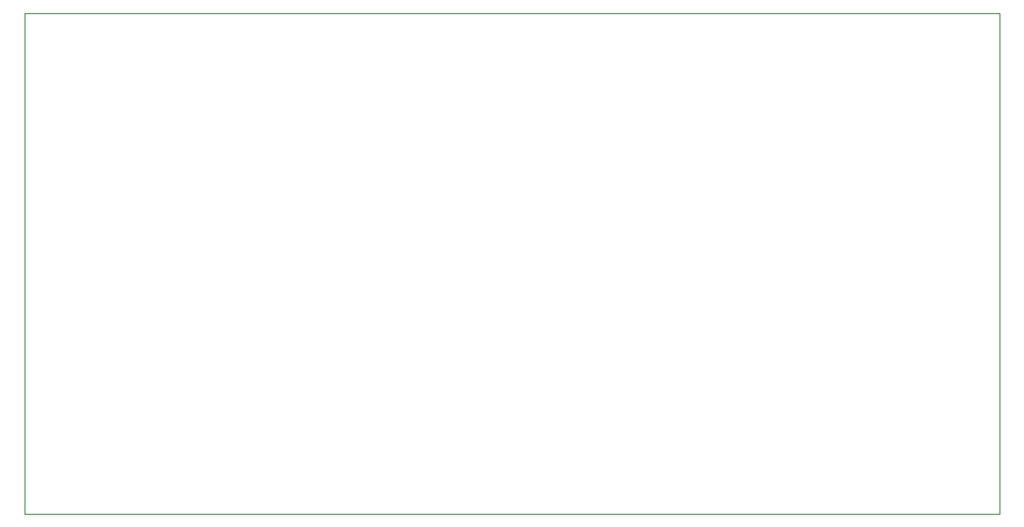
<source format=gbr>
G04 #@! TF.GenerationSoftware,KiCad,Pcbnew,(5.1.5)-3*
G04 #@! TF.CreationDate,2019-12-18T01:06:06+01:00*
G04 #@! TF.ProjectId,CarteMoteur,43617274-654d-46f7-9465-75722e6b6963,rev?*
G04 #@! TF.SameCoordinates,Original*
G04 #@! TF.FileFunction,Profile,NP*
%FSLAX46Y46*%
G04 Gerber Fmt 4.6, Leading zero omitted, Abs format (unit mm)*
G04 Created by KiCad (PCBNEW (5.1.5)-3) date 2019-12-18 01:06:06*
%MOMM*%
%LPD*%
G04 APERTURE LIST*
%ADD10C,0.050000*%
G04 APERTURE END LIST*
D10*
X87500000Y-27500000D02*
X87500000Y-72500000D01*
X175000000Y-27500000D02*
X87500000Y-27500000D01*
X175000000Y-72500000D02*
X175000000Y-27500000D01*
X87500000Y-72500000D02*
X175000000Y-72500000D01*
M02*

</source>
